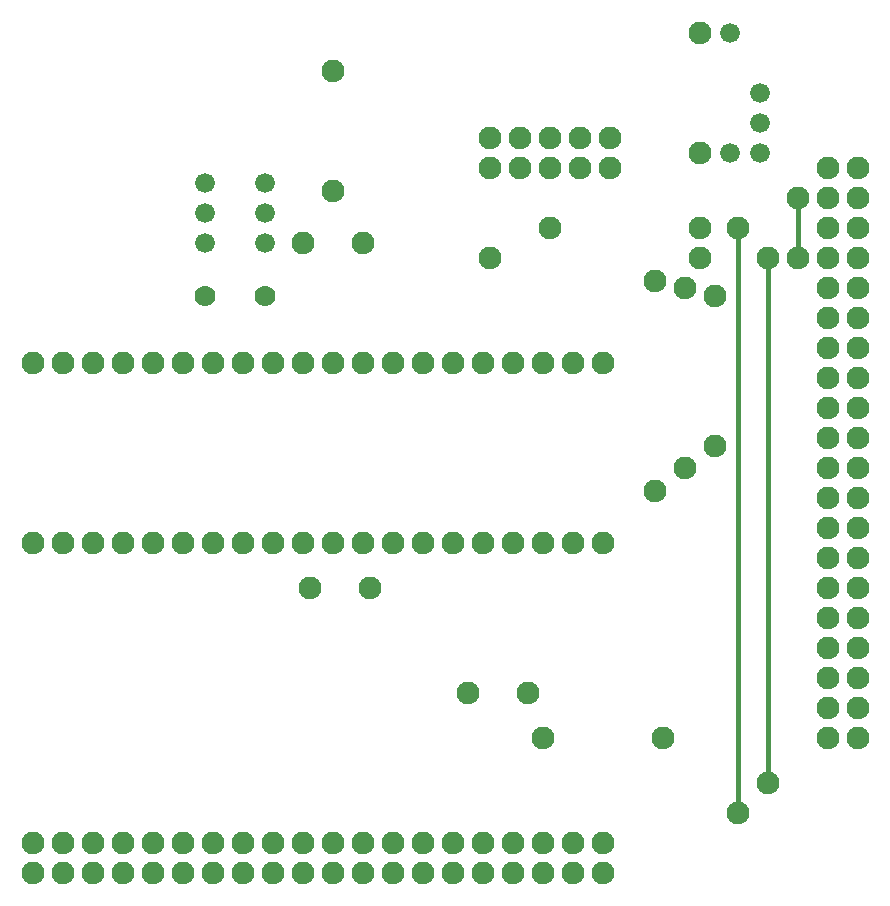
<source format=gbr>
G75*
G70*
%OFA0B0*%
%FSLAX24Y24*%
%IPPOS*%
%LPD*%
%AMOC8*
5,1,8,0,0,1.08239X$1,22.5*
%
%ADD10O,0.0320X0.0640*%
%ADD11OC8,0.0600*%
%ADD12C,0.0760*%
%ADD13OC8,0.0560*%
%ADD14OC8,0.0520*%
%ADD15C,0.0660*%
%ADD16C,0.0700*%
%ADD17C,0.0160*%
D10*
X010375Y015505D03*
X011375Y015505D03*
X012375Y015505D03*
X013375Y015505D03*
X014375Y015505D03*
X015375Y015505D03*
X016375Y015505D03*
X017375Y015505D03*
X018375Y015505D03*
X019375Y015505D03*
X020375Y015505D03*
X021375Y015505D03*
X022375Y015505D03*
X023375Y015505D03*
X024375Y015505D03*
X025375Y015505D03*
X026375Y015505D03*
X027375Y015505D03*
X028375Y015505D03*
X029375Y015505D03*
X029375Y021505D03*
X028375Y021505D03*
X027375Y021505D03*
X026375Y021505D03*
X025375Y021505D03*
X024375Y021505D03*
X023375Y021505D03*
X022375Y021505D03*
X021375Y021505D03*
X020375Y021505D03*
X019375Y021505D03*
X018375Y021505D03*
X017375Y021505D03*
X016375Y021505D03*
X015375Y021505D03*
X014375Y021505D03*
X013375Y021505D03*
X012375Y021505D03*
X011375Y021505D03*
X010375Y021505D03*
D11*
X010375Y005505D03*
X011375Y005505D03*
X012375Y005505D03*
X013375Y005505D03*
X014375Y005505D03*
X015375Y005505D03*
X016375Y005505D03*
X017375Y005505D03*
X018375Y005505D03*
X019375Y005505D03*
X020375Y005505D03*
X021375Y005505D03*
X022375Y005505D03*
X023375Y005505D03*
X024375Y005505D03*
X025375Y005505D03*
X026375Y005505D03*
X027375Y005505D03*
X028375Y005505D03*
X029375Y005505D03*
X029375Y004505D03*
X028375Y004505D03*
X027375Y004505D03*
X026375Y004505D03*
X025375Y004505D03*
X024375Y004505D03*
X023375Y004505D03*
X022375Y004505D03*
X021375Y004505D03*
X020375Y004505D03*
X019375Y004505D03*
X018375Y004505D03*
X017375Y004505D03*
X016375Y004505D03*
X015375Y004505D03*
X014375Y004505D03*
X013375Y004505D03*
X012375Y004505D03*
X011375Y004505D03*
X010375Y004505D03*
X036875Y009005D03*
X037875Y009005D03*
X037875Y010005D03*
X036875Y010005D03*
X036875Y011005D03*
X037875Y011005D03*
X037875Y012005D03*
X036875Y012005D03*
X036875Y013005D03*
X037875Y013005D03*
X037875Y014005D03*
X036875Y014005D03*
X036875Y015005D03*
X037875Y015005D03*
X037875Y016005D03*
X037875Y017005D03*
X036875Y017005D03*
X036875Y016005D03*
X036875Y018005D03*
X037875Y018005D03*
X037875Y019005D03*
X036875Y019005D03*
X036875Y020005D03*
X037875Y020005D03*
X037875Y021005D03*
X036875Y021005D03*
X036875Y022005D03*
X037875Y022005D03*
X037875Y023005D03*
X036875Y023005D03*
X036875Y024005D03*
X036875Y025005D03*
X037875Y025005D03*
X037875Y024005D03*
X037875Y026005D03*
X036875Y026005D03*
X036875Y027005D03*
X037875Y027005D03*
X037875Y028005D03*
X036875Y028005D03*
D12*
X010375Y004505D03*
X011375Y004505D03*
X011375Y005505D03*
X010375Y005505D03*
X012375Y005505D03*
X013375Y005505D03*
X014375Y005505D03*
X015375Y005505D03*
X016375Y005505D03*
X017375Y005505D03*
X018375Y005505D03*
X019375Y005505D03*
X020375Y005505D03*
X021375Y005505D03*
X022375Y005505D03*
X023375Y005505D03*
X024375Y005505D03*
X025375Y005505D03*
X026375Y005505D03*
X027375Y005505D03*
X028375Y005505D03*
X029375Y005505D03*
X029375Y004505D03*
X028375Y004505D03*
X027375Y004505D03*
X026375Y004505D03*
X025375Y004505D03*
X024375Y004505D03*
X023375Y004505D03*
X022375Y004505D03*
X021375Y004505D03*
X020375Y004505D03*
X019375Y004505D03*
X018375Y004505D03*
X017375Y004505D03*
X016375Y004505D03*
X015375Y004505D03*
X014375Y004505D03*
X013375Y004505D03*
X012375Y004505D03*
X019625Y014005D03*
X019375Y015505D03*
X018375Y015505D03*
X017375Y015505D03*
X016375Y015505D03*
X015375Y015505D03*
X014375Y015505D03*
X013375Y015505D03*
X012375Y015505D03*
X011375Y015505D03*
X010375Y015505D03*
X010375Y021505D03*
X011375Y021505D03*
X012375Y021505D03*
X013375Y021505D03*
X014375Y021505D03*
X015375Y021505D03*
X016375Y021505D03*
X017375Y021505D03*
X018375Y021505D03*
X019375Y021505D03*
X020375Y021505D03*
X021375Y021505D03*
X022375Y021505D03*
X023375Y021505D03*
X024375Y021505D03*
X025375Y021505D03*
X026375Y021505D03*
X027375Y021505D03*
X028375Y021505D03*
X029375Y021505D03*
X031125Y024255D03*
X032125Y024005D03*
X032625Y025005D03*
X032625Y026005D03*
X033875Y026005D03*
X034875Y025005D03*
X035875Y025005D03*
X036875Y025005D03*
X036875Y025005D03*
X037875Y025005D03*
X037875Y025005D03*
X037875Y024005D03*
X037875Y024005D03*
X036875Y024005D03*
X036875Y024005D03*
X036875Y023005D03*
X036875Y023005D03*
X037875Y023005D03*
X037875Y023005D03*
X037875Y022005D03*
X037875Y022005D03*
X036875Y022005D03*
X036875Y022005D03*
X036875Y021005D03*
X036875Y021005D03*
X037875Y021005D03*
X037875Y021005D03*
X037875Y020005D03*
X037875Y020005D03*
X036875Y020005D03*
X036875Y020005D03*
X036875Y019005D03*
X036875Y019005D03*
X037875Y019005D03*
X037875Y019005D03*
X037875Y018005D03*
X037875Y018005D03*
X036875Y018005D03*
X036875Y018005D03*
X036875Y017005D03*
X036875Y017005D03*
X037875Y017005D03*
X037875Y017005D03*
X037875Y016005D03*
X037875Y016005D03*
X036875Y016005D03*
X036875Y016005D03*
X036875Y015005D03*
X036875Y015005D03*
X037875Y015005D03*
X037875Y015005D03*
X037875Y014005D03*
X037875Y014005D03*
X036875Y014005D03*
X036875Y014005D03*
X036875Y013005D03*
X036875Y013005D03*
X037875Y013005D03*
X037875Y013005D03*
X037875Y012005D03*
X037875Y012005D03*
X036875Y012005D03*
X036875Y012005D03*
X036875Y011005D03*
X036875Y011005D03*
X037875Y011005D03*
X037875Y011005D03*
X037875Y010005D03*
X037875Y010005D03*
X036875Y010005D03*
X036875Y010005D03*
X036875Y009005D03*
X036875Y009005D03*
X037875Y009005D03*
X037875Y009005D03*
X034875Y007505D03*
X033875Y006505D03*
X031375Y009005D03*
X027375Y009005D03*
X026875Y010505D03*
X024875Y010505D03*
X021625Y014005D03*
X021375Y015505D03*
X020375Y015505D03*
X022375Y015505D03*
X023375Y015505D03*
X024375Y015505D03*
X025375Y015505D03*
X026375Y015505D03*
X027375Y015505D03*
X028375Y015505D03*
X029375Y015505D03*
X031125Y017255D03*
X032125Y018005D03*
X033125Y018755D03*
X033125Y023755D03*
X035875Y027005D03*
X036875Y027005D03*
X036875Y027005D03*
X037875Y027005D03*
X037875Y027005D03*
X037875Y028005D03*
X037875Y028005D03*
X036875Y028005D03*
X036875Y028005D03*
X036875Y026005D03*
X036875Y026005D03*
X037875Y026005D03*
X037875Y026005D03*
X032625Y028505D03*
X029625Y029005D03*
X028625Y029005D03*
X027625Y029005D03*
X026625Y029005D03*
X025625Y029005D03*
X025625Y028005D03*
X026625Y028005D03*
X027625Y028005D03*
X028625Y028005D03*
X029625Y028005D03*
X027625Y026005D03*
X025625Y025005D03*
X021375Y025505D03*
X019375Y025505D03*
X020375Y027255D03*
X020375Y031255D03*
X032625Y032505D03*
D13*
X029625Y029005D03*
X028625Y029005D03*
X027625Y029005D03*
X026625Y029005D03*
X025625Y029005D03*
X025625Y028005D03*
X026625Y028005D03*
X027625Y028005D03*
X028625Y028005D03*
X029625Y028005D03*
D14*
X021375Y025505D03*
X019375Y025505D03*
X019625Y014005D03*
X021625Y014005D03*
X024875Y010505D03*
X026875Y010505D03*
D15*
X018125Y025505D03*
X018125Y026505D03*
X018125Y027505D03*
X016125Y027505D03*
X016125Y026505D03*
X016125Y025505D03*
X033625Y028505D03*
X034625Y028505D03*
X034625Y029505D03*
X034625Y030505D03*
X033625Y032505D03*
D16*
X018125Y023755D03*
X016125Y023755D03*
D17*
X033875Y026005D02*
X033875Y006505D01*
X034875Y007505D02*
X034875Y025005D01*
X035875Y025005D02*
X035875Y027005D01*
M02*

</source>
